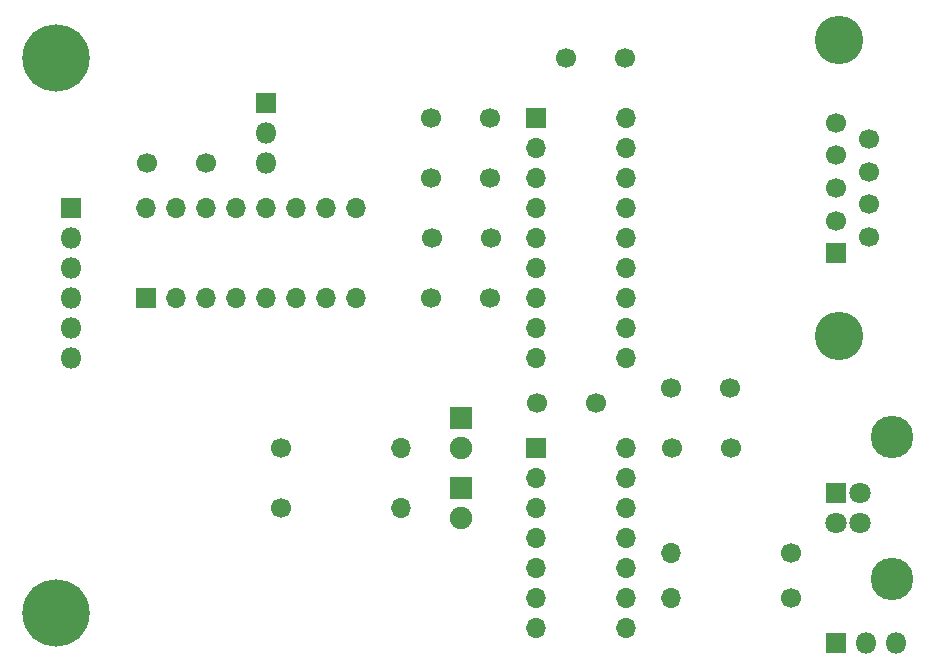
<source format=gbr>
%TF.GenerationSoftware,KiCad,Pcbnew,(5.1.6)-1*%
%TF.CreationDate,2020-07-22T17:22:53+02:00*%
%TF.ProjectId,serialadapter,73657269-616c-4616-9461-707465722e6b,rev?*%
%TF.SameCoordinates,Original*%
%TF.FileFunction,Soldermask,Top*%
%TF.FilePolarity,Negative*%
%FSLAX46Y46*%
G04 Gerber Fmt 4.6, Leading zero omitted, Abs format (unit mm)*
G04 Created by KiCad (PCBNEW (5.1.6)-1) date 2020-07-22 17:22:53*
%MOMM*%
%LPD*%
G01*
G04 APERTURE LIST*
%ADD10C,5.700000*%
%ADD11C,1.900000*%
%ADD12R,1.900000X1.900000*%
%ADD13O,1.700000X1.700000*%
%ADD14C,1.700000*%
%ADD15C,3.600000*%
%ADD16C,1.800000*%
%ADD17R,1.800000X1.800000*%
%ADD18O,1.800000X1.800000*%
%ADD19R,1.700000X1.700000*%
%ADD20C,4.100000*%
G04 APERTURE END LIST*
D10*
%TO.C,REF2*%
X135890000Y-95250000D03*
%TD*%
%TO.C,REF1*%
X135890000Y-48260000D03*
%TD*%
D11*
%TO.C,D2*%
X170180000Y-87180000D03*
D12*
X170180000Y-84640000D03*
%TD*%
D11*
%TO.C,D1*%
X170180000Y-81280000D03*
D12*
X170180000Y-78740000D03*
%TD*%
D13*
%TO.C,R4*%
X165100000Y-86360000D03*
D14*
X154940000Y-86360000D03*
%TD*%
D13*
%TO.C,R3*%
X165100000Y-81280000D03*
D14*
X154940000Y-81280000D03*
%TD*%
%TO.C,C9*%
X192960000Y-76200000D03*
X187960000Y-76200000D03*
%TD*%
D15*
%TO.C,J3*%
X206640000Y-92360000D03*
X206640000Y-80320000D03*
D16*
X203930000Y-85090000D03*
X203930000Y-87590000D03*
X201930000Y-87590000D03*
D17*
X201930000Y-85090000D03*
%TD*%
D13*
%TO.C,R2*%
X187960000Y-93980000D03*
D14*
X198120000Y-93980000D03*
%TD*%
D13*
%TO.C,R1*%
X187960000Y-90170000D03*
D14*
X198120000Y-90170000D03*
%TD*%
D18*
%TO.C,J4*%
X207010000Y-97790000D03*
X204470000Y-97790000D03*
D17*
X201930000Y-97790000D03*
%TD*%
D13*
%TO.C,U2*%
X143510000Y-60960000D03*
X161290000Y-68580000D03*
X146050000Y-60960000D03*
X158750000Y-68580000D03*
X148590000Y-60960000D03*
X156210000Y-68580000D03*
X151130000Y-60960000D03*
X153670000Y-68580000D03*
X153670000Y-60960000D03*
X151130000Y-68580000D03*
X156210000Y-60960000D03*
X148590000Y-68580000D03*
X158750000Y-60960000D03*
X146050000Y-68580000D03*
X161290000Y-60960000D03*
D19*
X143510000Y-68580000D03*
%TD*%
D14*
%TO.C,C8*%
X143590000Y-57150000D03*
X148590000Y-57150000D03*
%TD*%
%TO.C,C7*%
X176610000Y-77470000D03*
X181610000Y-77470000D03*
%TD*%
D13*
%TO.C,U1*%
X184150000Y-53340000D03*
X176530000Y-73660000D03*
X184150000Y-55880000D03*
X176530000Y-71120000D03*
X184150000Y-58420000D03*
X176530000Y-68580000D03*
X184150000Y-60960000D03*
X176530000Y-66040000D03*
X184150000Y-63500000D03*
X176530000Y-63500000D03*
X184150000Y-66040000D03*
X176530000Y-60960000D03*
X184150000Y-68580000D03*
X176530000Y-58420000D03*
X184150000Y-71120000D03*
X176530000Y-55880000D03*
X184150000Y-73660000D03*
D19*
X176530000Y-53340000D03*
%TD*%
D18*
%TO.C,JP1*%
X153670000Y-57150000D03*
X153670000Y-54610000D03*
D17*
X153670000Y-52070000D03*
%TD*%
D18*
%TO.C,J1*%
X137160000Y-73660000D03*
X137160000Y-71120000D03*
X137160000Y-68580000D03*
X137160000Y-66040000D03*
X137160000Y-63500000D03*
D17*
X137160000Y-60960000D03*
%TD*%
D13*
%TO.C,U3*%
X184150000Y-81280000D03*
X176530000Y-96520000D03*
X184150000Y-83820000D03*
X176530000Y-93980000D03*
X184150000Y-86360000D03*
X176530000Y-91440000D03*
X184150000Y-88900000D03*
X176530000Y-88900000D03*
X184150000Y-91440000D03*
X176530000Y-86360000D03*
X184150000Y-93980000D03*
X176530000Y-83820000D03*
X184150000Y-96520000D03*
D19*
X176530000Y-81280000D03*
%TD*%
D20*
%TO.C,J2*%
X202230000Y-46730000D03*
X202230000Y-71730000D03*
D14*
X204770000Y-55075000D03*
X204770000Y-57845000D03*
X204770000Y-60615000D03*
X204770000Y-63385000D03*
X201930000Y-53690000D03*
X201930000Y-56460000D03*
X201930000Y-59230000D03*
X201930000Y-62000000D03*
D19*
X201930000Y-64770000D03*
%TD*%
D14*
%TO.C,C6*%
X188040000Y-81280000D03*
X193040000Y-81280000D03*
%TD*%
%TO.C,C5*%
X172720000Y-63500000D03*
X167720000Y-63500000D03*
%TD*%
%TO.C,C4*%
X172640000Y-58420000D03*
X167640000Y-58420000D03*
%TD*%
%TO.C,C3*%
X172640000Y-53340000D03*
X167640000Y-53340000D03*
%TD*%
%TO.C,C2*%
X172640000Y-68580000D03*
X167640000Y-68580000D03*
%TD*%
%TO.C,C1*%
X184070000Y-48260000D03*
X179070000Y-48260000D03*
%TD*%
M02*

</source>
